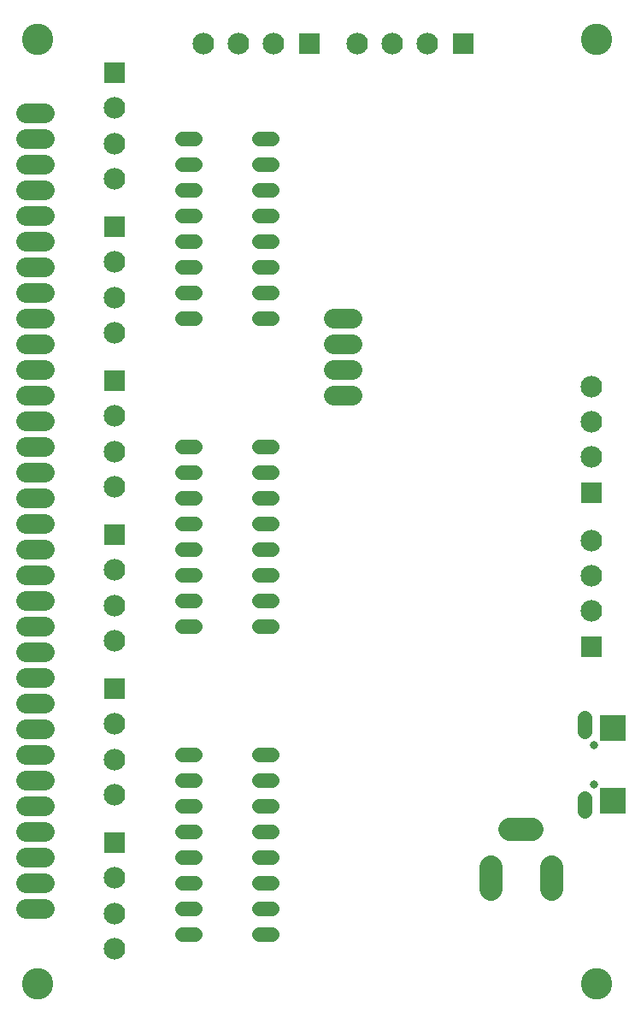
<source format=gbr>
G04 EAGLE Gerber RS-274X export*
G75*
%MOMM*%
%FSLAX34Y34*%
%LPD*%
%INSoldermask Bottom*%
%IPPOS*%
%AMOC8*
5,1,8,0,0,1.08239X$1,22.5*%
G01*
%ADD10C,0.801600*%
%ADD11R,2.514600X2.514600*%
%ADD12C,1.409600*%
%ADD13C,1.422400*%
%ADD14C,2.286000*%
%ADD15R,2.133600X2.133600*%
%ADD16C,2.133600*%
%ADD17C,1.981200*%
%ADD18C,3.101600*%


D10*
X593090Y238310D03*
X593090Y277310D03*
D11*
X612090Y293810D03*
X612090Y221810D03*
D12*
X584090Y224810D02*
X584090Y211730D01*
X584090Y290810D02*
X584090Y303890D01*
D13*
X198374Y267970D02*
X185166Y267970D01*
X185166Y242570D02*
X198374Y242570D01*
X198374Y115570D02*
X185166Y115570D01*
X185166Y90170D02*
X198374Y90170D01*
X198374Y217170D02*
X185166Y217170D01*
X185166Y191770D02*
X198374Y191770D01*
X198374Y140970D02*
X185166Y140970D01*
X185166Y166370D02*
X198374Y166370D01*
X261366Y90170D02*
X274574Y90170D01*
X274574Y115570D02*
X261366Y115570D01*
X261366Y140970D02*
X274574Y140970D01*
X274574Y166370D02*
X261366Y166370D01*
X261366Y191770D02*
X274574Y191770D01*
X274574Y217170D02*
X261366Y217170D01*
X261366Y242570D02*
X274574Y242570D01*
X274574Y267970D02*
X261366Y267970D01*
X198374Y572770D02*
X185166Y572770D01*
X185166Y547370D02*
X198374Y547370D01*
X198374Y420370D02*
X185166Y420370D01*
X185166Y394970D02*
X198374Y394970D01*
X198374Y521970D02*
X185166Y521970D01*
X185166Y496570D02*
X198374Y496570D01*
X198374Y445770D02*
X185166Y445770D01*
X185166Y471170D02*
X198374Y471170D01*
X261366Y394970D02*
X274574Y394970D01*
X274574Y420370D02*
X261366Y420370D01*
X261366Y445770D02*
X274574Y445770D01*
X274574Y471170D02*
X261366Y471170D01*
X261366Y496570D02*
X274574Y496570D01*
X274574Y521970D02*
X261366Y521970D01*
X261366Y547370D02*
X274574Y547370D01*
X274574Y572770D02*
X261366Y572770D01*
X198374Y877570D02*
X185166Y877570D01*
X185166Y852170D02*
X198374Y852170D01*
X198374Y725170D02*
X185166Y725170D01*
X185166Y699770D02*
X198374Y699770D01*
X198374Y826770D02*
X185166Y826770D01*
X185166Y801370D02*
X198374Y801370D01*
X198374Y750570D02*
X185166Y750570D01*
X185166Y775970D02*
X198374Y775970D01*
X261366Y699770D02*
X274574Y699770D01*
X274574Y725170D02*
X261366Y725170D01*
X261366Y750570D02*
X274574Y750570D01*
X274574Y775970D02*
X261366Y775970D01*
X261366Y801370D02*
X274574Y801370D01*
X274574Y826770D02*
X261366Y826770D01*
X261366Y852170D02*
X274574Y852170D01*
X274574Y877570D02*
X261366Y877570D01*
D14*
X509778Y194050D02*
X531622Y194050D01*
X550700Y156972D02*
X550700Y135128D01*
X490700Y135128D02*
X490700Y156972D01*
D15*
X590550Y374650D03*
D16*
X590550Y409650D03*
X590550Y444650D03*
X590550Y479650D03*
D15*
X463550Y971550D03*
D16*
X428550Y971550D03*
X393550Y971550D03*
X358550Y971550D03*
D17*
X48768Y801370D02*
X29972Y801370D01*
X29972Y775970D02*
X48768Y775970D01*
X48768Y750570D02*
X29972Y750570D01*
X29972Y725170D02*
X48768Y725170D01*
X48768Y598170D02*
X29972Y598170D01*
X29972Y572770D02*
X48768Y572770D01*
X48768Y547370D02*
X29972Y547370D01*
X29972Y521970D02*
X48768Y521970D01*
X48768Y699770D02*
X29972Y699770D01*
X29972Y674370D02*
X48768Y674370D01*
X48768Y648970D02*
X29972Y648970D01*
X29972Y623570D02*
X48768Y623570D01*
X48768Y496570D02*
X29972Y496570D01*
X29972Y471170D02*
X48768Y471170D01*
X48768Y445770D02*
X29972Y445770D01*
X29972Y420370D02*
X48768Y420370D01*
X48768Y394970D02*
X29972Y394970D01*
X29972Y369570D02*
X48768Y369570D01*
X48768Y344170D02*
X29972Y344170D01*
X29972Y318770D02*
X48768Y318770D01*
D15*
X590550Y527050D03*
D16*
X590550Y562050D03*
X590550Y597050D03*
X590550Y632050D03*
D15*
X118110Y942340D03*
D16*
X118110Y907340D03*
X118110Y872340D03*
X118110Y837340D03*
D15*
X118110Y789940D03*
D16*
X118110Y754940D03*
X118110Y719940D03*
X118110Y684940D03*
D15*
X118110Y637540D03*
D16*
X118110Y602540D03*
X118110Y567540D03*
X118110Y532540D03*
D15*
X118110Y485140D03*
D16*
X118110Y450140D03*
X118110Y415140D03*
X118110Y380140D03*
D15*
X118110Y332740D03*
D16*
X118110Y297740D03*
X118110Y262740D03*
X118110Y227740D03*
D17*
X48768Y293370D02*
X29972Y293370D01*
X29972Y267970D02*
X48768Y267970D01*
X48768Y242570D02*
X29972Y242570D01*
X29972Y217170D02*
X48768Y217170D01*
D15*
X118110Y180340D03*
D16*
X118110Y145340D03*
X118110Y110340D03*
X118110Y75340D03*
D17*
X48768Y191770D02*
X29972Y191770D01*
X29972Y166370D02*
X48768Y166370D01*
X48768Y140970D02*
X29972Y140970D01*
X29972Y115570D02*
X48768Y115570D01*
D15*
X311150Y971550D03*
D16*
X276150Y971550D03*
X241150Y971550D03*
X206150Y971550D03*
D17*
X48768Y826770D02*
X29972Y826770D01*
X29972Y852170D02*
X48768Y852170D01*
X48768Y877570D02*
X29972Y877570D01*
X29972Y902970D02*
X48768Y902970D01*
D18*
X595630Y975360D03*
X41910Y40640D03*
X595630Y40640D03*
X41910Y975360D03*
D17*
X334772Y699770D02*
X353568Y699770D01*
X353568Y674370D02*
X334772Y674370D01*
X334772Y648970D02*
X353568Y648970D01*
X353568Y623570D02*
X334772Y623570D01*
M02*

</source>
